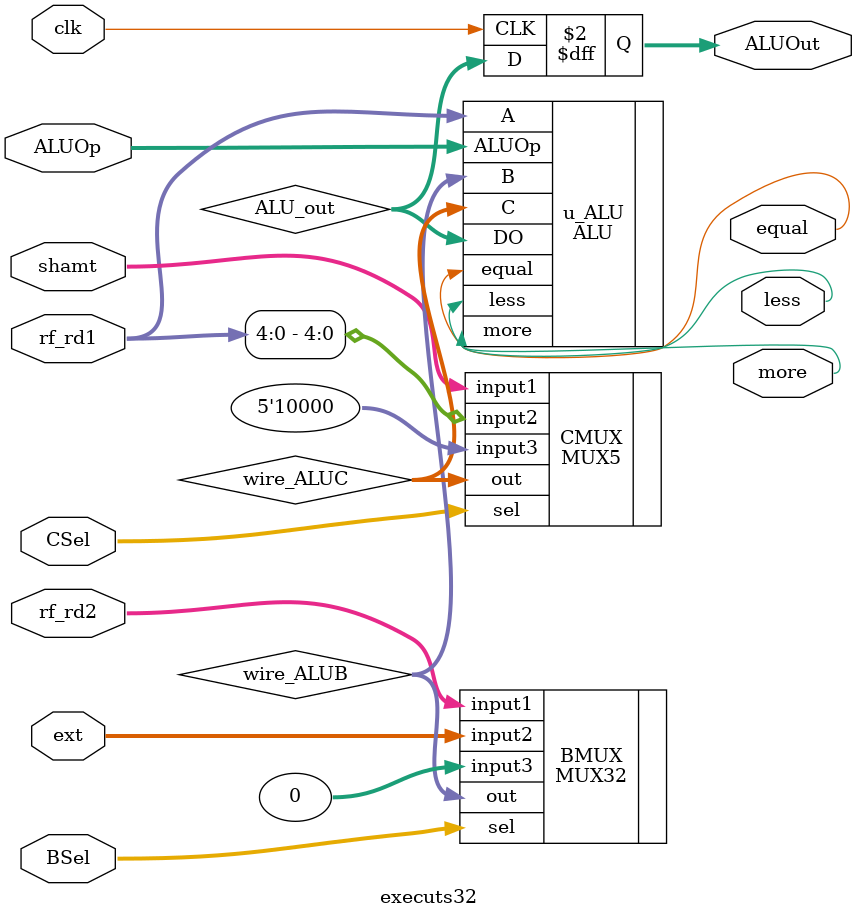
<source format=v>
`timescale 1ns / 1ps


module executs32(
    input clk,
    input[31:0] rf_rd1,
    input[31:0] rf_rd2,
    input[31:0] ext,
    input[4:0] shamt,
    input[3:0] ALUOp,
    input[1:0] BSel,
    input[1:0] CSel,
    output reg [31:0] ALUOut,
    output less,
    output equal,
    output more
    );
    wire[31:0] ALU_out;
    always@(posedge clk)begin
        ALUOut<=ALU_out;
    end
    wire[31:0] wire_ALUB;
    wire[31:0] wire_ALUC;
    
    
    MUX32 BMUX(.input1(rf_rd2),.input2(ext),.input3(32'd0),.out(wire_ALUB),.sel(BSel));
    MUX5 CMUX(.input1(shamt),.input2(rf_rd1[4:0]),.input3(5'b10000),.out(wire_ALUC),.sel(CSel));
    ALU u_ALU(.A(rf_rd1),.B(wire_ALUB),.C(wire_ALUC),.ALUOp(ALUOp),.DO(ALU_out),.equal(equal),.less(less),.more(more));
endmodule

</source>
